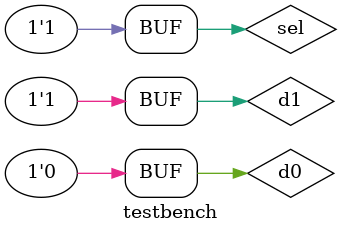
<source format=v>
`timescale 1ns / 1ps


module testbench;
    
    reg d0;
    reg d1;
    reg sel;
    wire y_comb;
    wire y_sel;
    wire y_if;
    wire y_case;
    
    b1_mux_2_1_comb b1_mux_2_1_comb (d0, d1, sel, y_comb);
    b1_mux_2_1_sel b1_mux_2_1_sel (d0, d1, sel, y_sel);
    b1_mux_2_1_if b1_mux_2_1_if (d0, d1, sel, y_if);
    b1_mux_2_1_case b1_mux_2_1_case (d0, d1, sel, y_case);
    
    initial
    begin
        d0 = 1'b0;
        d1 = 1'b1;
        #5;
        sel = 1'b0;
        #10;
        sel = 1'b1;
        #10;
        d1 = 1'b0;
        #5;
        d1 = 1'b1;
        #5; 
    end 
    initial
    begin
        $monitor ("d0=%b, d1=%b, sel=%b,y_comb=%b, y_sel=%b, y_if=%b, y_case=%b,",
                    d0, d1, sel, y_comb, y_sel, y_if, y_case);
    end
endmodule

</source>
